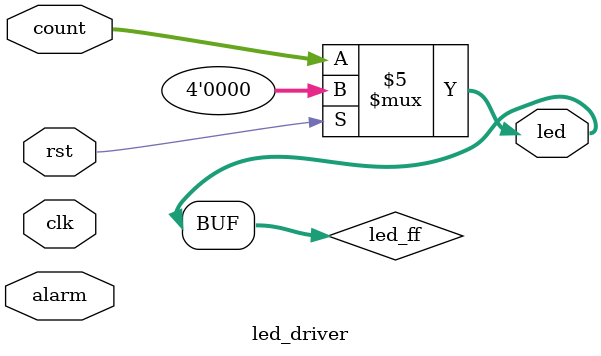
<source format=v>
module led_driver 
 #(parameter             SIZE = 4)
 
  (input                 rst,
   input                 clk,
   input                 alarm,
   input    [SIZE-1:0]   count,
	output   [SIZE-1:0]   led);

reg alarm_ff;
reg [SIZE-1:0]   led_ff;
	
assign led = led_ff;

always @ (*)
begin
  if (rst) begin
    alarm_ff <= 1'b0;
	 led_ff <= {SIZE{1'b0}};
  end
  else if (alarm_ff) begin
    alarm_ff <= 1'b1;
    led_ff <= {SIZE{clk}};
  end
  else if (alarm) begin
    led_ff <= count;
	 alarm_ff <= 1'b1;
  end
  else begin
    alarm_ff <= 1'b0;
    led_ff <= count;
  end
end
 
endmodule
</source>
